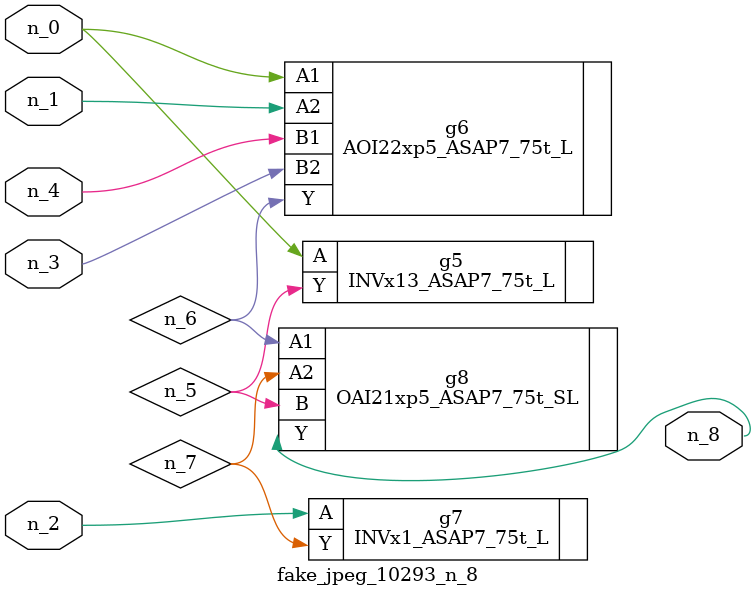
<source format=v>
module fake_jpeg_10293_n_8 (n_3, n_2, n_1, n_0, n_4, n_8);

input n_3;
input n_2;
input n_1;
input n_0;
input n_4;

output n_8;

wire n_6;
wire n_5;
wire n_7;

INVx13_ASAP7_75t_L g5 ( 
.A(n_0),
.Y(n_5)
);

AOI22xp5_ASAP7_75t_L g6 ( 
.A1(n_0),
.A2(n_1),
.B1(n_4),
.B2(n_3),
.Y(n_6)
);

INVx1_ASAP7_75t_L g7 ( 
.A(n_2),
.Y(n_7)
);

OAI21xp5_ASAP7_75t_SL g8 ( 
.A1(n_6),
.A2(n_7),
.B(n_5),
.Y(n_8)
);


endmodule
</source>
